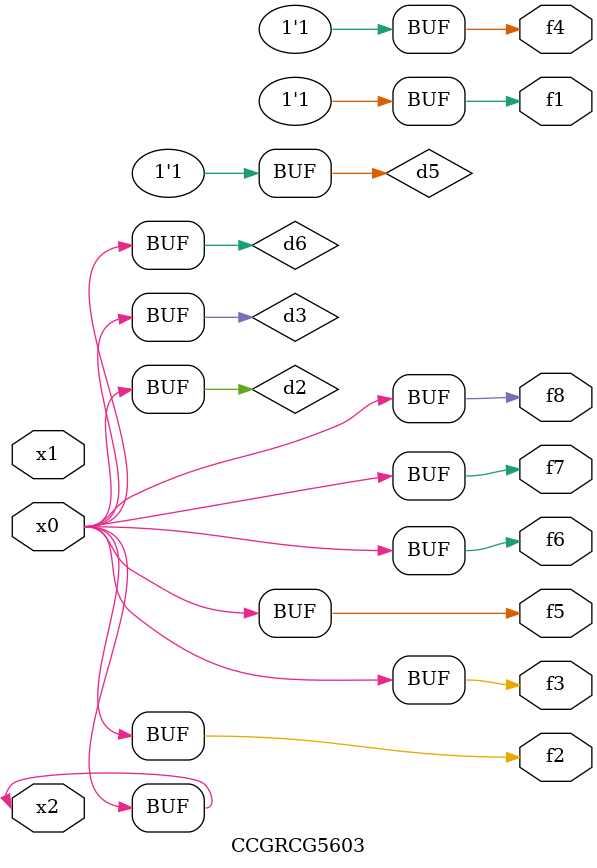
<source format=v>
module CCGRCG5603(
	input x0, x1, x2,
	output f1, f2, f3, f4, f5, f6, f7, f8
);

	wire d1, d2, d3, d4, d5, d6;

	xnor (d1, x2);
	buf (d2, x0, x2);
	and (d3, x0);
	xnor (d4, x1, x2);
	nand (d5, d1, d3);
	buf (d6, d2, d3);
	assign f1 = d5;
	assign f2 = d6;
	assign f3 = d6;
	assign f4 = d5;
	assign f5 = d6;
	assign f6 = d6;
	assign f7 = d6;
	assign f8 = d6;
endmodule

</source>
